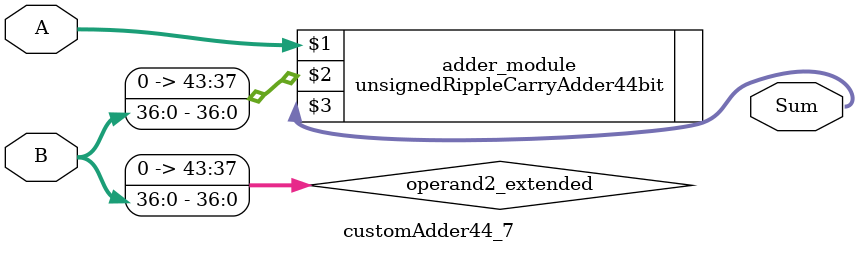
<source format=v>
module customAdder44_7(
                        input [43 : 0] A,
                        input [36 : 0] B,
                        
                        output [44 : 0] Sum
                );

        wire [43 : 0] operand2_extended;
        
        assign operand2_extended =  {7'b0, B};
        
        unsignedRippleCarryAdder44bit adder_module(
            A,
            operand2_extended,
            Sum
        );
        
        endmodule
        
</source>
